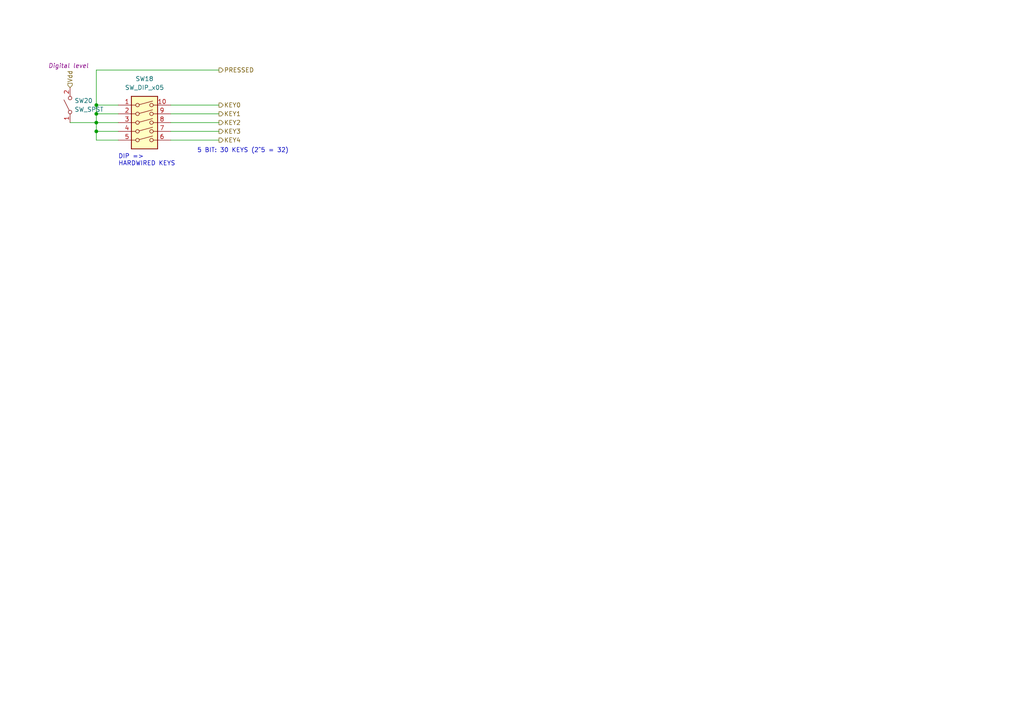
<source format=kicad_sch>
(kicad_sch (version 20230121) (generator eeschema)

  (uuid 376d9163-fdae-4a24-b12f-ee6acac0cd4c)

  (paper "A4")

  (lib_symbols
    (symbol "Switch:SW_DIP_x05" (pin_names (offset 0) hide) (in_bom yes) (on_board yes)
      (property "Reference" "SW" (at 0 8.89 0)
        (effects (font (size 1.27 1.27)))
      )
      (property "Value" "SW_DIP_x05" (at 0 -8.89 0)
        (effects (font (size 1.27 1.27)))
      )
      (property "Footprint" "" (at 0 0 0)
        (effects (font (size 1.27 1.27)) hide)
      )
      (property "Datasheet" "~" (at 0 0 0)
        (effects (font (size 1.27 1.27)) hide)
      )
      (property "ki_keywords" "dip switch" (at 0 0 0)
        (effects (font (size 1.27 1.27)) hide)
      )
      (property "ki_description" "5x DIP Switch, Single Pole Single Throw (SPST) switch, small symbol" (at 0 0 0)
        (effects (font (size 1.27 1.27)) hide)
      )
      (property "ki_fp_filters" "SW?DIP?x5*" (at 0 0 0)
        (effects (font (size 1.27 1.27)) hide)
      )
      (symbol "SW_DIP_x05_0_0"
        (circle (center -2.032 -5.08) (radius 0.508)
          (stroke (width 0) (type default))
          (fill (type none))
        )
        (circle (center -2.032 -2.54) (radius 0.508)
          (stroke (width 0) (type default))
          (fill (type none))
        )
        (circle (center -2.032 0) (radius 0.508)
          (stroke (width 0) (type default))
          (fill (type none))
        )
        (circle (center -2.032 2.54) (radius 0.508)
          (stroke (width 0) (type default))
          (fill (type none))
        )
        (circle (center -2.032 5.08) (radius 0.508)
          (stroke (width 0) (type default))
          (fill (type none))
        )
        (polyline
          (pts
            (xy -1.524 -4.9276)
            (xy 2.3622 -3.8862)
          )
          (stroke (width 0) (type default))
          (fill (type none))
        )
        (polyline
          (pts
            (xy -1.524 -2.3876)
            (xy 2.3622 -1.3462)
          )
          (stroke (width 0) (type default))
          (fill (type none))
        )
        (polyline
          (pts
            (xy -1.524 0.127)
            (xy 2.3622 1.1684)
          )
          (stroke (width 0) (type default))
          (fill (type none))
        )
        (polyline
          (pts
            (xy -1.524 2.667)
            (xy 2.3622 3.7084)
          )
          (stroke (width 0) (type default))
          (fill (type none))
        )
        (polyline
          (pts
            (xy -1.524 5.207)
            (xy 2.3622 6.2484)
          )
          (stroke (width 0) (type default))
          (fill (type none))
        )
        (circle (center 2.032 -5.08) (radius 0.508)
          (stroke (width 0) (type default))
          (fill (type none))
        )
        (circle (center 2.032 -2.54) (radius 0.508)
          (stroke (width 0) (type default))
          (fill (type none))
        )
        (circle (center 2.032 0) (radius 0.508)
          (stroke (width 0) (type default))
          (fill (type none))
        )
        (circle (center 2.032 2.54) (radius 0.508)
          (stroke (width 0) (type default))
          (fill (type none))
        )
        (circle (center 2.032 5.08) (radius 0.508)
          (stroke (width 0) (type default))
          (fill (type none))
        )
      )
      (symbol "SW_DIP_x05_0_1"
        (rectangle (start -3.81 7.62) (end 3.81 -7.62)
          (stroke (width 0.254) (type default))
          (fill (type background))
        )
      )
      (symbol "SW_DIP_x05_1_1"
        (pin passive line (at -7.62 5.08 0) (length 5.08)
          (name "~" (effects (font (size 1.27 1.27))))
          (number "1" (effects (font (size 1.27 1.27))))
        )
        (pin passive line (at 7.62 5.08 180) (length 5.08)
          (name "~" (effects (font (size 1.27 1.27))))
          (number "10" (effects (font (size 1.27 1.27))))
        )
        (pin passive line (at -7.62 2.54 0) (length 5.08)
          (name "~" (effects (font (size 1.27 1.27))))
          (number "2" (effects (font (size 1.27 1.27))))
        )
        (pin passive line (at -7.62 0 0) (length 5.08)
          (name "~" (effects (font (size 1.27 1.27))))
          (number "3" (effects (font (size 1.27 1.27))))
        )
        (pin passive line (at -7.62 -2.54 0) (length 5.08)
          (name "~" (effects (font (size 1.27 1.27))))
          (number "4" (effects (font (size 1.27 1.27))))
        )
        (pin passive line (at -7.62 -5.08 0) (length 5.08)
          (name "~" (effects (font (size 1.27 1.27))))
          (number "5" (effects (font (size 1.27 1.27))))
        )
        (pin passive line (at 7.62 -5.08 180) (length 5.08)
          (name "~" (effects (font (size 1.27 1.27))))
          (number "6" (effects (font (size 1.27 1.27))))
        )
        (pin passive line (at 7.62 -2.54 180) (length 5.08)
          (name "~" (effects (font (size 1.27 1.27))))
          (number "7" (effects (font (size 1.27 1.27))))
        )
        (pin passive line (at 7.62 0 180) (length 5.08)
          (name "~" (effects (font (size 1.27 1.27))))
          (number "8" (effects (font (size 1.27 1.27))))
        )
        (pin passive line (at 7.62 2.54 180) (length 5.08)
          (name "~" (effects (font (size 1.27 1.27))))
          (number "9" (effects (font (size 1.27 1.27))))
        )
      )
    )
    (symbol "Switch:SW_SPST" (pin_names (offset 0) hide) (in_bom yes) (on_board yes)
      (property "Reference" "SW" (at 0 3.175 0)
        (effects (font (size 1.27 1.27)))
      )
      (property "Value" "SW_SPST" (at 0 -2.54 0)
        (effects (font (size 1.27 1.27)))
      )
      (property "Footprint" "" (at 0 0 0)
        (effects (font (size 1.27 1.27)) hide)
      )
      (property "Datasheet" "~" (at 0 0 0)
        (effects (font (size 1.27 1.27)) hide)
      )
      (property "ki_keywords" "switch lever" (at 0 0 0)
        (effects (font (size 1.27 1.27)) hide)
      )
      (property "ki_description" "Single Pole Single Throw (SPST) switch" (at 0 0 0)
        (effects (font (size 1.27 1.27)) hide)
      )
      (symbol "SW_SPST_0_0"
        (circle (center -2.032 0) (radius 0.508)
          (stroke (width 0) (type default))
          (fill (type none))
        )
        (polyline
          (pts
            (xy -1.524 0.254)
            (xy 1.524 1.778)
          )
          (stroke (width 0) (type default))
          (fill (type none))
        )
        (circle (center 2.032 0) (radius 0.508)
          (stroke (width 0) (type default))
          (fill (type none))
        )
      )
      (symbol "SW_SPST_1_1"
        (pin passive line (at -5.08 0 0) (length 2.54)
          (name "A" (effects (font (size 1.27 1.27))))
          (number "1" (effects (font (size 1.27 1.27))))
        )
        (pin passive line (at 5.08 0 180) (length 2.54)
          (name "B" (effects (font (size 1.27 1.27))))
          (number "2" (effects (font (size 1.27 1.27))))
        )
      )
    )
  )

  (junction (at 27.94 33.02) (diameter 0) (color 0 0 0 0)
    (uuid 40a9f822-cb4d-44c9-acea-9a92e11ae4e5)
  )
  (junction (at 27.94 30.48) (diameter 0) (color 0 0 0 0)
    (uuid 428557fd-fb72-4877-9cc8-5af3dd7739ed)
  )
  (junction (at 27.94 38.1) (diameter 0) (color 0 0 0 0)
    (uuid 6286b2c0-a200-4042-94d7-f2152c9a6f91)
  )
  (junction (at 27.94 35.56) (diameter 0) (color 0 0 0 0)
    (uuid f9355799-c273-4d7f-ad74-3600353191e1)
  )

  (wire (pts (xy 27.94 35.56) (xy 27.94 33.02))
    (stroke (width 0) (type default))
    (uuid 128e6e00-3d8d-4c89-835b-5f8cceced1ce)
  )
  (wire (pts (xy 27.94 35.56) (xy 34.29 35.56))
    (stroke (width 0) (type default))
    (uuid 1d62c95b-3cb1-4052-b1b7-5d00433e6531)
  )
  (wire (pts (xy 27.94 33.02) (xy 27.94 30.48))
    (stroke (width 0) (type default))
    (uuid 27f2e784-3cf5-4993-9f86-0ed9b8888049)
  )
  (wire (pts (xy 27.94 40.64) (xy 34.29 40.64))
    (stroke (width 0) (type default))
    (uuid 3699ed2b-a37c-4ffd-975e-7784ce6317ec)
  )
  (wire (pts (xy 49.53 35.56) (xy 63.5 35.56))
    (stroke (width 0) (type default))
    (uuid 4c48ee4d-0d54-4f28-8cff-865f25485df6)
  )
  (wire (pts (xy 49.53 40.64) (xy 63.5 40.64))
    (stroke (width 0) (type default))
    (uuid 61d62fba-1325-4e07-af2e-47b1afc2bfff)
  )
  (wire (pts (xy 27.94 33.02) (xy 34.29 33.02))
    (stroke (width 0) (type default))
    (uuid 7bd07c61-a7f9-4711-9997-ea5accb86b2e)
  )
  (wire (pts (xy 27.94 30.48) (xy 34.29 30.48))
    (stroke (width 0) (type default))
    (uuid 7e9c6c43-58d9-4750-a1d0-e4c12215dc25)
  )
  (wire (pts (xy 27.94 38.1) (xy 27.94 40.64))
    (stroke (width 0) (type default))
    (uuid 7fbcbddf-a196-47c9-8d76-812fdefe9cf0)
  )
  (wire (pts (xy 49.53 33.02) (xy 63.5 33.02))
    (stroke (width 0) (type default))
    (uuid 826f88f1-3346-4056-8ae7-b11ea986a989)
  )
  (wire (pts (xy 27.94 20.32) (xy 63.5 20.32))
    (stroke (width 0) (type default))
    (uuid 92933907-78df-42bc-8e3f-c101fd17e184)
  )
  (wire (pts (xy 27.94 38.1) (xy 34.29 38.1))
    (stroke (width 0) (type default))
    (uuid b47d9f4e-ecad-4573-a719-e6be92b9d6d2)
  )
  (wire (pts (xy 27.94 30.48) (xy 27.94 20.32))
    (stroke (width 0) (type default))
    (uuid c339b236-f4d1-465c-a63b-e5844c8415f6)
  )
  (wire (pts (xy 20.32 35.56) (xy 27.94 35.56))
    (stroke (width 0) (type default))
    (uuid c575fc4e-e7b3-4b30-9f5c-6c790efdc9a2)
  )
  (wire (pts (xy 49.53 30.48) (xy 63.5 30.48))
    (stroke (width 0) (type default))
    (uuid ced142ad-cdf9-4a9d-996f-1dd5e2d3c908)
  )
  (wire (pts (xy 49.53 38.1) (xy 63.5 38.1))
    (stroke (width 0) (type default))
    (uuid eeb33c1f-edf9-44da-ad1a-0ccf34ca47f8)
  )
  (wire (pts (xy 27.94 35.56) (xy 27.94 38.1))
    (stroke (width 0) (type default))
    (uuid ef9364ee-6016-492a-a1af-29af6033ceae)
  )

  (text "DIP => \nHARDWIRED KEYS" (at 34.29 48.26 0)
    (effects (font (size 1.27 1.27)) (justify left bottom))
    (uuid 4d41c2ee-4130-42c6-a51b-3d57e2f46fb0)
  )
  (text "5 BIT: 30 KEYS (2^5 = 32)\n" (at 57.15 44.45 0)
    (effects (font (size 1.27 1.27)) (justify left bottom))
    (uuid 929e0947-a02f-440a-8f5e-fd6a6a7c96d8)
  )

  (hierarchical_label "PRESSED" (shape output) (at 63.5 20.32 0) (fields_autoplaced)
    (effects (font (size 1.27 1.27)) (justify left))
    (uuid 2f83f2f0-50e1-4fd2-aea1-409680799eb5)
  )
  (hierarchical_label "KEY1" (shape output) (at 63.5 33.02 0) (fields_autoplaced)
    (effects (font (size 1.27 1.27)) (justify left))
    (uuid 33bda908-2fe1-4264-8094-82a23947b0d9)
  )
  (hierarchical_label "KEY3" (shape output) (at 63.5 38.1 0) (fields_autoplaced)
    (effects (font (size 1.27 1.27)) (justify left))
    (uuid 41f081da-f106-4750-b922-60a7eb55e0e7)
  )
  (hierarchical_label "KEY2" (shape output) (at 63.5 35.56 0) (fields_autoplaced)
    (effects (font (size 1.27 1.27)) (justify left))
    (uuid 5732aea6-e424-4a60-ad03-f5e03d0d996b)
  )
  (hierarchical_label "Vdd" (shape input) (at 20.32 25.4 90)
    (effects (font (size 1.27 1.27)) (justify left))
    (uuid 8cb97d5d-af87-4853-af35-dbfbdf5c796e)
    (property "Type" "Digital level" (at 13.97 19.05 0)
      (effects (font (size 1.27 1.27) italic) (justify left))
    )
  )
  (hierarchical_label "KEY0" (shape output) (at 63.5 30.48 0) (fields_autoplaced)
    (effects (font (size 1.27 1.27)) (justify left))
    (uuid 8f4b2023-9d0b-4bd4-b758-c5268607e0d3)
  )
  (hierarchical_label "KEY4" (shape output) (at 63.5 40.64 0) (fields_autoplaced)
    (effects (font (size 1.27 1.27)) (justify left))
    (uuid dc66b575-1462-4bc3-b57c-d78adfe80c5c)
  )

  (symbol (lib_id "Switch:SW_DIP_x05") (at 41.91 35.56 0) (unit 1)
    (in_bom yes) (on_board yes) (dnp no) (fields_autoplaced)
    (uuid 6b7426cc-06d6-4e2c-9cde-44086c246bda)
    (property "Reference" "SW18" (at 41.91 22.86 0)
      (effects (font (size 1.27 1.27)))
    )
    (property "Value" "SW_DIP_x05" (at 41.91 25.4 0)
      (effects (font (size 1.27 1.27)))
    )
    (property "Footprint" "" (at 41.91 35.56 0)
      (effects (font (size 1.27 1.27)) hide)
    )
    (property "Datasheet" "~" (at 41.91 35.56 0)
      (effects (font (size 1.27 1.27)) hide)
    )
    (pin "1" (uuid 152fa7e3-e6a8-4948-a77c-e8ba84ac7fbd))
    (pin "10" (uuid a4c6108c-f9f5-4bfb-9b8e-0b9beda833c5))
    (pin "2" (uuid 0f9c2af8-80f3-48dd-b2ca-f76fa464e4fb))
    (pin "3" (uuid 68c3d8d1-686e-4db2-98a2-e92fea1770ce))
    (pin "4" (uuid dcd67a53-ecae-4f06-bf2e-b868b0fe6982))
    (pin "5" (uuid c55b3d2e-f6bf-4b1e-845f-d13c25a919c5))
    (pin "6" (uuid 380cd6f4-9b46-41d8-aabb-cf31daf2e53e))
    (pin "7" (uuid 7e47de59-e5f3-4eec-b51e-90a5ba96952b))
    (pin "8" (uuid d479896d-4f6c-4a4a-9871-3f67804d8753))
    (pin "9" (uuid 0b72dd4c-2e75-4a5e-a791-c3948aac8db2))
    (instances
      (project "szinti"
        (path "/c9b1620a-569f-4770-8753-fedfc7271ef5/4e4dea23-2f17-463b-9ca5-2828f8ff861a/9102a1c2-8764-4f59-a201-8d9a35d2f7de"
          (reference "SW18") (unit 1)
        )
        (path "/c9b1620a-569f-4770-8753-fedfc7271ef5/4e4dea23-2f17-463b-9ca5-2828f8ff861a/0a16d690-1a73-4687-94c6-56e70565a2b9"
          (reference "SW21") (unit 1)
        )
        (path "/c9b1620a-569f-4770-8753-fedfc7271ef5/4e4dea23-2f17-463b-9ca5-2828f8ff861a/fc2af67a-dd4d-4151-a94b-3fbb2cfd5c15"
          (reference "SW23") (unit 1)
        )
        (path "/c9b1620a-569f-4770-8753-fedfc7271ef5/4e4dea23-2f17-463b-9ca5-2828f8ff861a/c83532b2-317e-4b55-bfeb-e4c425684453"
          (reference "SW25") (unit 1)
        )
        (path "/c9b1620a-569f-4770-8753-fedfc7271ef5/4e4dea23-2f17-463b-9ca5-2828f8ff861a/aa923d2e-904b-4ca7-9641-65ae6ba20ab1"
          (reference "SW27") (unit 1)
        )
        (path "/c9b1620a-569f-4770-8753-fedfc7271ef5/4e4dea23-2f17-463b-9ca5-2828f8ff861a/3925eca7-f76b-4b47-9b34-0dd84812651c"
          (reference "SW29") (unit 1)
        )
        (path "/c9b1620a-569f-4770-8753-fedfc7271ef5/4e4dea23-2f17-463b-9ca5-2828f8ff861a/bf64d805-2882-4820-913d-27881726e71c"
          (reference "SW31") (unit 1)
        )
        (path "/c9b1620a-569f-4770-8753-fedfc7271ef5/4e4dea23-2f17-463b-9ca5-2828f8ff861a/80e2b1a4-d8b5-4183-8324-238c1f90ecfb"
          (reference "SW33") (unit 1)
        )
        (path "/c9b1620a-569f-4770-8753-fedfc7271ef5/4e4dea23-2f17-463b-9ca5-2828f8ff861a/21bf75bb-d0c9-423e-94d6-a7901aa66553"
          (reference "SW47") (unit 1)
        )
        (path "/c9b1620a-569f-4770-8753-fedfc7271ef5/4e4dea23-2f17-463b-9ca5-2828f8ff861a/608b620b-ecc9-4661-ad8c-f7a10529ec13"
          (reference "SW49") (unit 1)
        )
        (path "/c9b1620a-569f-4770-8753-fedfc7271ef5/4e4dea23-2f17-463b-9ca5-2828f8ff861a/f12573f7-23d0-47a0-bb8d-be5d66d23394"
          (reference "SW43") (unit 1)
        )
        (path "/c9b1620a-569f-4770-8753-fedfc7271ef5/4e4dea23-2f17-463b-9ca5-2828f8ff861a/a716dbc4-b83f-43fc-b761-d58a0f709073"
          (reference "SW45") (unit 1)
        )
        (path "/c9b1620a-569f-4770-8753-fedfc7271ef5/4e4dea23-2f17-463b-9ca5-2828f8ff861a/5c5a6ecd-729f-40b1-8ecd-f9a0a53b3732"
          (reference "SW41") (unit 1)
        )
        (path "/c9b1620a-569f-4770-8753-fedfc7271ef5/4e4dea23-2f17-463b-9ca5-2828f8ff861a/a384694e-3720-4910-bd73-26ebcbe642ba"
          (reference "SW39") (unit 1)
        )
        (path "/c9b1620a-569f-4770-8753-fedfc7271ef5/4e4dea23-2f17-463b-9ca5-2828f8ff861a/895090f8-05d9-464f-943b-6b8eda596b87"
          (reference "SW35") (unit 1)
        )
        (path "/c9b1620a-569f-4770-8753-fedfc7271ef5/4e4dea23-2f17-463b-9ca5-2828f8ff861a/7631303e-adff-43e8-bb39-3a6fc02836bb"
          (reference "SW37") (unit 1)
        )
        (path "/c9b1620a-569f-4770-8753-fedfc7271ef5/4e4dea23-2f17-463b-9ca5-2828f8ff861a/02f86377-8490-4c82-9685-dd9de62a8c10"
          (reference "SW65") (unit 1)
        )
        (path "/c9b1620a-569f-4770-8753-fedfc7271ef5/4e4dea23-2f17-463b-9ca5-2828f8ff861a/5ed60ef2-420f-4df5-b845-27ae869392a5"
          (reference "SW63") (unit 1)
        )
        (path "/c9b1620a-569f-4770-8753-fedfc7271ef5/4e4dea23-2f17-463b-9ca5-2828f8ff861a/ddae749a-d83e-4f61-93a4-ed47c2e40b83"
          (reference "SW59") (unit 1)
        )
        (path "/c9b1620a-569f-4770-8753-fedfc7271ef5/4e4dea23-2f17-463b-9ca5-2828f8ff861a/c39ae8ec-7a42-439e-ab9c-0982d303d4c4"
          (reference "SW61") (unit 1)
        )
        (path "/c9b1620a-569f-4770-8753-fedfc7271ef5/4e4dea23-2f17-463b-9ca5-2828f8ff861a/68b1ae73-8a61-4353-88dc-a58dd8c88cae"
          (reference "SW51") (unit 1)
        )
        (path "/c9b1620a-569f-4770-8753-fedfc7271ef5/4e4dea23-2f17-463b-9ca5-2828f8ff861a/6ec19494-8b12-436b-a07f-7538cb1a704c"
          (reference "SW53") (unit 1)
        )
        (path "/c9b1620a-569f-4770-8753-fedfc7271ef5/4e4dea23-2f17-463b-9ca5-2828f8ff861a/0c75b75c-0731-4843-8c74-8b1b76ec6af3"
          (reference "SW57") (unit 1)
        )
        (path "/c9b1620a-569f-4770-8753-fedfc7271ef5/4e4dea23-2f17-463b-9ca5-2828f8ff861a/9e5ae4d0-9fe8-4bab-8297-b2343f9c97f1"
          (reference "SW55") (unit 1)
        )
        (path "/c9b1620a-569f-4770-8753-fedfc7271ef5/4e4dea23-2f17-463b-9ca5-2828f8ff861a/fe85d71d-aa30-4777-8f8e-9ccdddc8ae9f"
          (reference "SW73") (unit 1)
        )
        (path "/c9b1620a-569f-4770-8753-fedfc7271ef5/4e4dea23-2f17-463b-9ca5-2828f8ff861a/3be90a32-eff1-4d1a-9709-dd05bd13ab92"
          (reference "SW69") (unit 1)
        )
        (path "/c9b1620a-569f-4770-8753-fedfc7271ef5/4e4dea23-2f17-463b-9ca5-2828f8ff861a/5137f439-0575-4e54-b415-38ed87ab8234"
          (reference "SW67") (unit 1)
        )
        (path "/c9b1620a-569f-4770-8753-fedfc7271ef5/4e4dea23-2f17-463b-9ca5-2828f8ff861a/28053517-b218-4cce-bcaf-5e8319411299"
          (reference "SW71") (unit 1)
        )
        (path "/c9b1620a-569f-4770-8753-fedfc7271ef5/4e4dea23-2f17-463b-9ca5-2828f8ff861a/b65a6b6e-aa44-418b-8225-991edfcd1b5d"
          (reference "SW75") (unit 1)
        )
        (path "/c9b1620a-569f-4770-8753-fedfc7271ef5/4e4dea23-2f17-463b-9ca5-2828f8ff861a/f30d5169-5ce2-423c-acdd-b768f8bace20"
          (reference "SW77") (unit 1)
        )
      )
    )
  )

  (symbol (lib_id "Switch:SW_SPST") (at 20.32 30.48 90) (unit 1)
    (in_bom yes) (on_board yes) (dnp no) (fields_autoplaced)
    (uuid cce5329e-06b5-4899-892e-63602f49f012)
    (property "Reference" "SW20" (at 21.59 29.21 90)
      (effects (font (size 1.27 1.27)) (justify right))
    )
    (property "Value" "SW_SPST" (at 21.59 31.75 90)
      (effects (font (size 1.27 1.27)) (justify right))
    )
    (property "Footprint" "" (at 20.32 30.48 0)
      (effects (font (size 1.27 1.27)) hide)
    )
    (property "Datasheet" "~" (at 20.32 30.48 0)
      (effects (font (size 1.27 1.27)) hide)
    )
    (pin "1" (uuid 584b73f5-9371-4ae0-99da-1df2232ce1ac))
    (pin "2" (uuid 5c53f135-f78d-4b0a-abe3-11c8e8401592))
    (instances
      (project "szinti"
        (path "/c9b1620a-569f-4770-8753-fedfc7271ef5/4e4dea23-2f17-463b-9ca5-2828f8ff861a/9102a1c2-8764-4f59-a201-8d9a35d2f7de"
          (reference "SW20") (unit 1)
        )
        (path "/c9b1620a-569f-4770-8753-fedfc7271ef5/4e4dea23-2f17-463b-9ca5-2828f8ff861a/0a16d690-1a73-4687-94c6-56e70565a2b9"
          (reference "SW19") (unit 1)
        )
        (path "/c9b1620a-569f-4770-8753-fedfc7271ef5/4e4dea23-2f17-463b-9ca5-2828f8ff861a/fc2af67a-dd4d-4151-a94b-3fbb2cfd5c15"
          (reference "SW22") (unit 1)
        )
        (path "/c9b1620a-569f-4770-8753-fedfc7271ef5/4e4dea23-2f17-463b-9ca5-2828f8ff861a/c83532b2-317e-4b55-bfeb-e4c425684453"
          (reference "SW24") (unit 1)
        )
        (path "/c9b1620a-569f-4770-8753-fedfc7271ef5/4e4dea23-2f17-463b-9ca5-2828f8ff861a/aa923d2e-904b-4ca7-9641-65ae6ba20ab1"
          (reference "SW26") (unit 1)
        )
        (path "/c9b1620a-569f-4770-8753-fedfc7271ef5/4e4dea23-2f17-463b-9ca5-2828f8ff861a/3925eca7-f76b-4b47-9b34-0dd84812651c"
          (reference "SW28") (unit 1)
        )
        (path "/c9b1620a-569f-4770-8753-fedfc7271ef5/4e4dea23-2f17-463b-9ca5-2828f8ff861a/bf64d805-2882-4820-913d-27881726e71c"
          (reference "SW30") (unit 1)
        )
        (path "/c9b1620a-569f-4770-8753-fedfc7271ef5/4e4dea23-2f17-463b-9ca5-2828f8ff861a/80e2b1a4-d8b5-4183-8324-238c1f90ecfb"
          (reference "SW32") (unit 1)
        )
        (path "/c9b1620a-569f-4770-8753-fedfc7271ef5/4e4dea23-2f17-463b-9ca5-2828f8ff861a/21bf75bb-d0c9-423e-94d6-a7901aa66553"
          (reference "SW46") (unit 1)
        )
        (path "/c9b1620a-569f-4770-8753-fedfc7271ef5/4e4dea23-2f17-463b-9ca5-2828f8ff861a/608b620b-ecc9-4661-ad8c-f7a10529ec13"
          (reference "SW48") (unit 1)
        )
        (path "/c9b1620a-569f-4770-8753-fedfc7271ef5/4e4dea23-2f17-463b-9ca5-2828f8ff861a/f12573f7-23d0-47a0-bb8d-be5d66d23394"
          (reference "SW42") (unit 1)
        )
        (path "/c9b1620a-569f-4770-8753-fedfc7271ef5/4e4dea23-2f17-463b-9ca5-2828f8ff861a/a716dbc4-b83f-43fc-b761-d58a0f709073"
          (reference "SW44") (unit 1)
        )
        (path "/c9b1620a-569f-4770-8753-fedfc7271ef5/4e4dea23-2f17-463b-9ca5-2828f8ff861a/5c5a6ecd-729f-40b1-8ecd-f9a0a53b3732"
          (reference "SW40") (unit 1)
        )
        (path "/c9b1620a-569f-4770-8753-fedfc7271ef5/4e4dea23-2f17-463b-9ca5-2828f8ff861a/a384694e-3720-4910-bd73-26ebcbe642ba"
          (reference "SW38") (unit 1)
        )
        (path "/c9b1620a-569f-4770-8753-fedfc7271ef5/4e4dea23-2f17-463b-9ca5-2828f8ff861a/895090f8-05d9-464f-943b-6b8eda596b87"
          (reference "SW34") (unit 1)
        )
        (path "/c9b1620a-569f-4770-8753-fedfc7271ef5/4e4dea23-2f17-463b-9ca5-2828f8ff861a/7631303e-adff-43e8-bb39-3a6fc02836bb"
          (reference "SW36") (unit 1)
        )
        (path "/c9b1620a-569f-4770-8753-fedfc7271ef5/4e4dea23-2f17-463b-9ca5-2828f8ff861a/02f86377-8490-4c82-9685-dd9de62a8c10"
          (reference "SW64") (unit 1)
        )
        (path "/c9b1620a-569f-4770-8753-fedfc7271ef5/4e4dea23-2f17-463b-9ca5-2828f8ff861a/5ed60ef2-420f-4df5-b845-27ae869392a5"
          (reference "SW62") (unit 1)
        )
        (path "/c9b1620a-569f-4770-8753-fedfc7271ef5/4e4dea23-2f17-463b-9ca5-2828f8ff861a/ddae749a-d83e-4f61-93a4-ed47c2e40b83"
          (reference "SW58") (unit 1)
        )
        (path "/c9b1620a-569f-4770-8753-fedfc7271ef5/4e4dea23-2f17-463b-9ca5-2828f8ff861a/c39ae8ec-7a42-439e-ab9c-0982d303d4c4"
          (reference "SW60") (unit 1)
        )
        (path "/c9b1620a-569f-4770-8753-fedfc7271ef5/4e4dea23-2f17-463b-9ca5-2828f8ff861a/68b1ae73-8a61-4353-88dc-a58dd8c88cae"
          (reference "SW50") (unit 1)
        )
        (path "/c9b1620a-569f-4770-8753-fedfc7271ef5/4e4dea23-2f17-463b-9ca5-2828f8ff861a/6ec19494-8b12-436b-a07f-7538cb1a704c"
          (reference "SW52") (unit 1)
        )
        (path "/c9b1620a-569f-4770-8753-fedfc7271ef5/4e4dea23-2f17-463b-9ca5-2828f8ff861a/0c75b75c-0731-4843-8c74-8b1b76ec6af3"
          (reference "SW56") (unit 1)
        )
        (path "/c9b1620a-569f-4770-8753-fedfc7271ef5/4e4dea23-2f17-463b-9ca5-2828f8ff861a/9e5ae4d0-9fe8-4bab-8297-b2343f9c97f1"
          (reference "SW54") (unit 1)
        )
        (path "/c9b1620a-569f-4770-8753-fedfc7271ef5/4e4dea23-2f17-463b-9ca5-2828f8ff861a/fe85d71d-aa30-4777-8f8e-9ccdddc8ae9f"
          (reference "SW72") (unit 1)
        )
        (path "/c9b1620a-569f-4770-8753-fedfc7271ef5/4e4dea23-2f17-463b-9ca5-2828f8ff861a/3be90a32-eff1-4d1a-9709-dd05bd13ab92"
          (reference "SW68") (unit 1)
        )
        (path "/c9b1620a-569f-4770-8753-fedfc7271ef5/4e4dea23-2f17-463b-9ca5-2828f8ff861a/5137f439-0575-4e54-b415-38ed87ab8234"
          (reference "SW66") (unit 1)
        )
        (path "/c9b1620a-569f-4770-8753-fedfc7271ef5/4e4dea23-2f17-463b-9ca5-2828f8ff861a/28053517-b218-4cce-bcaf-5e8319411299"
          (reference "SW70") (unit 1)
        )
        (path "/c9b1620a-569f-4770-8753-fedfc7271ef5/4e4dea23-2f17-463b-9ca5-2828f8ff861a/b65a6b6e-aa44-418b-8225-991edfcd1b5d"
          (reference "SW74") (unit 1)
        )
        (path "/c9b1620a-569f-4770-8753-fedfc7271ef5/4e4dea23-2f17-463b-9ca5-2828f8ff861a/f30d5169-5ce2-423c-acdd-b768f8bace20"
          (reference "SW76") (unit 1)
        )
      )
    )
  )
)

</source>
